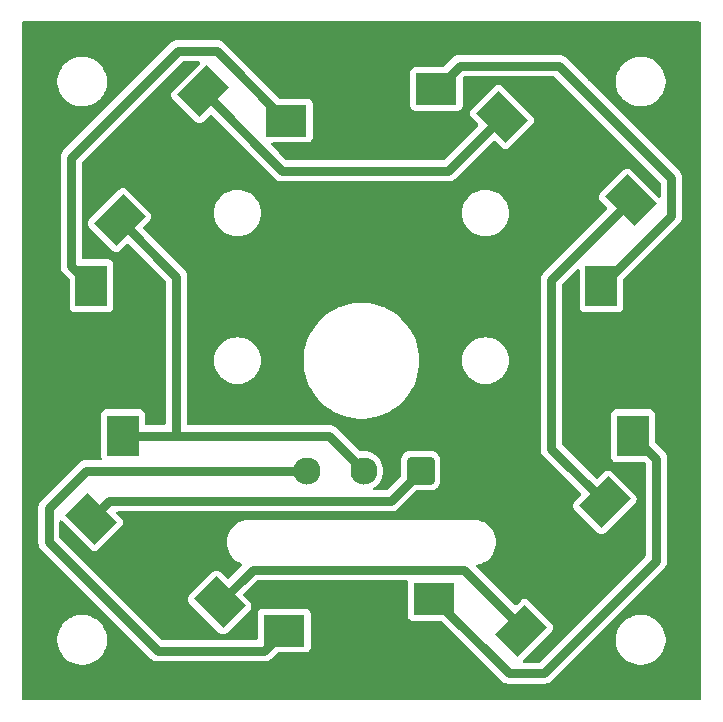
<source format=gbr>
%TF.GenerationSoftware,KiCad,Pcbnew,8.0.2*%
%TF.CreationDate,2024-08-19T21:28:26+02:00*%
%TF.ProjectId,ringlight,72696e67-6c69-4676-9874-2e6b69636164,rev?*%
%TF.SameCoordinates,Original*%
%TF.FileFunction,Copper,L1,Top*%
%TF.FilePolarity,Positive*%
%FSLAX46Y46*%
G04 Gerber Fmt 4.6, Leading zero omitted, Abs format (unit mm)*
G04 Created by KiCad (PCBNEW 8.0.2) date 2024-08-19 21:28:26*
%MOMM*%
%LPD*%
G01*
G04 APERTURE LIST*
G04 Aperture macros list*
%AMRoundRect*
0 Rectangle with rounded corners*
0 $1 Rounding radius*
0 $2 $3 $4 $5 $6 $7 $8 $9 X,Y pos of 4 corners*
0 Add a 4 corners polygon primitive as box body*
4,1,4,$2,$3,$4,$5,$6,$7,$8,$9,$2,$3,0*
0 Add four circle primitives for the rounded corners*
1,1,$1+$1,$2,$3*
1,1,$1+$1,$4,$5*
1,1,$1+$1,$6,$7*
1,1,$1+$1,$8,$9*
0 Add four rect primitives between the rounded corners*
20,1,$1+$1,$2,$3,$4,$5,0*
20,1,$1+$1,$4,$5,$6,$7,0*
20,1,$1+$1,$6,$7,$8,$9,0*
20,1,$1+$1,$8,$9,$2,$3,0*%
%AMRotRect*
0 Rectangle, with rotation*
0 The origin of the aperture is its center*
0 $1 length*
0 $2 width*
0 $3 Rotation angle, in degrees counterclockwise*
0 Add horizontal line*
21,1,$1,$2,0,0,$3*%
G04 Aperture macros list end*
%TA.AperFunction,SMDPad,CuDef*%
%ADD10R,3.500000X2.700000*%
%TD*%
%TA.AperFunction,SMDPad,CuDef*%
%ADD11C,5.700000*%
%TD*%
%TA.AperFunction,SMDPad,CuDef*%
%ADD12RotRect,3.500000X2.700000X45.000000*%
%TD*%
%TA.AperFunction,SMDPad,CuDef*%
%ADD13RotRect,3.500000X2.700000X315.000000*%
%TD*%
%TA.AperFunction,SMDPad,CuDef*%
%ADD14R,2.700000X3.500000*%
%TD*%
%TA.AperFunction,SMDPad,CuDef*%
%ADD15RotRect,3.500000X2.700000X135.000000*%
%TD*%
%TA.AperFunction,ComponentPad*%
%ADD16RoundRect,0.250001X0.899999X0.899999X-0.899999X0.899999X-0.899999X-0.899999X0.899999X-0.899999X0*%
%TD*%
%TA.AperFunction,ComponentPad*%
%ADD17C,2.300000*%
%TD*%
%TA.AperFunction,SMDPad,CuDef*%
%ADD18RotRect,3.500000X2.700000X225.000000*%
%TD*%
%TA.AperFunction,Conductor*%
%ADD19C,0.800000*%
%TD*%
G04 APERTURE END LIST*
D10*
%TO.P,D1,1,K*%
%TO.N,Net-(D1-K)*%
X35995000Y52658000D03*
%TO.P,D1,2,A*%
%TO.N,Net-(D1-A)*%
X23295000Y49958000D03*
D11*
%TO.P,D1,3,PAD*%
%TO.N,GND*%
X29645000Y51308000D03*
%TD*%
D10*
%TO.P,D5,1,K*%
%TO.N,Net-(D5-K)*%
X23114000Y6778000D03*
%TO.P,D5,2,A*%
%TO.N,Net-(D3-K)*%
X35814000Y9478000D03*
D11*
%TO.P,D5,3,PAD*%
%TO.N,GND*%
X29464000Y8128000D03*
%TD*%
D12*
%TO.P,D4,1,K*%
%TO.N,Net-(D4-K)*%
X43180000Y6747278D03*
%TO.P,D4,2,A*%
%TO.N,Net-(D2-K)*%
X50251068Y17636722D03*
D11*
%TO.P,D4,3,PAD*%
%TO.N,GND*%
X46715534Y12192000D03*
%TD*%
D13*
%TO.P,D6,1,K*%
%TO.N,Net-(D6-K)*%
X6747278Y16235534D03*
%TO.P,D6,2,A*%
%TO.N,Net-(D4-K)*%
X17636722Y9164466D03*
D11*
%TO.P,D6,3,PAD*%
%TO.N,GND*%
X12192000Y12700000D03*
%TD*%
D14*
%TO.P,D3,1,K*%
%TO.N,Net-(D3-K)*%
X52658000Y23285000D03*
%TO.P,D3,2,A*%
%TO.N,Net-(D1-K)*%
X49958000Y35985000D03*
D11*
%TO.P,D3,3,PAD*%
%TO.N,GND*%
X51308000Y29635000D03*
%TD*%
D15*
%TO.P,D2,1,K*%
%TO.N,Net-(D2-K)*%
X52434722Y43200466D03*
%TO.P,D2,2,A*%
%TO.N,Net-(D2-A)*%
X41545278Y50271534D03*
D11*
%TO.P,D2,3,PAD*%
%TO.N,GND*%
X46990000Y46736000D03*
%TD*%
D16*
%TO.P,J1,1,Pin_1*%
%TO.N,Net-(D6-K)*%
X34645000Y20320000D03*
D17*
%TO.P,J1,2,Pin_2*%
%TO.N,Net-(D7-A)*%
X29845000Y20320000D03*
%TO.P,J1,3,Pin_3*%
%TO.N,Net-(D5-K)*%
X25045000Y20320000D03*
%TD*%
D18*
%TO.P,D8,1,K*%
%TO.N,Net-(D2-A)*%
X16235534Y52434722D03*
%TO.P,D8,2,A*%
%TO.N,Net-(D7-A)*%
X9164466Y41545278D03*
D11*
%TO.P,D8,3,PAD*%
%TO.N,GND*%
X12700000Y46990000D03*
%TD*%
D14*
%TO.P,D7,1,K*%
%TO.N,Net-(D1-A)*%
X6778000Y35985000D03*
%TO.P,D7,2,A*%
%TO.N,Net-(D7-A)*%
X9478000Y23285000D03*
D11*
%TO.P,D7,3,PAD*%
%TO.N,GND*%
X8128000Y29635000D03*
%TD*%
D19*
%TO.N,Net-(D1-A)*%
X17373000Y55880000D02*
X14128750Y55880000D01*
X14128750Y55880000D02*
X5080000Y46831250D01*
X23295000Y49958000D02*
X17373000Y55880000D01*
X5080000Y37683000D02*
X6778000Y35985000D01*
X5080000Y46831250D02*
X5080000Y37683000D01*
%TO.N,Net-(D1-K)*%
X37947000Y54610000D02*
X35995000Y52658000D01*
X55880000Y45085000D02*
X46355000Y54610000D01*
X49958000Y35985000D02*
X55880000Y41907000D01*
X46355000Y54610000D02*
X37947000Y54610000D01*
X55880000Y41907000D02*
X55880000Y45085000D01*
%TO.N,Net-(D2-K)*%
X50251068Y17636722D02*
X45720000Y22167790D01*
X45720000Y36485744D02*
X52434722Y43200466D01*
X45720000Y22167790D02*
X45720000Y36485744D01*
%TO.N,Net-(D2-A)*%
X41545278Y50271534D02*
X36993744Y45720000D01*
X22950256Y45720000D02*
X16235534Y52434722D01*
X36993744Y45720000D02*
X22950256Y45720000D01*
%TO.N,Net-(D4-K)*%
X20422256Y11950000D02*
X38342000Y11950000D01*
X43180000Y7112000D02*
X43180000Y6747278D01*
X17636722Y9164466D02*
X20422256Y11950000D01*
X38342000Y11950000D02*
X43180000Y7112000D01*
%TO.N,Net-(D5-K)*%
X21416000Y5080000D02*
X12382500Y5080000D01*
X23114000Y6778000D02*
X21416000Y5080000D01*
X3175000Y17145000D02*
X6350000Y20320000D01*
X12382500Y5080000D02*
X3175000Y14287500D01*
X3175000Y14287500D02*
X3175000Y17145000D01*
X6350000Y20320000D02*
X25045000Y20320000D01*
%TO.N,Net-(D6-K)*%
X8291744Y17780000D02*
X32105000Y17780000D01*
X32105000Y17780000D02*
X34645000Y20320000D01*
X6747278Y16235534D02*
X8291744Y17780000D01*
%TO.N,Net-(D3-K)*%
X45085000Y3175000D02*
X54610000Y12700000D01*
X54610000Y12700000D02*
X54610000Y21333000D01*
X35814000Y9478000D02*
X42117000Y3175000D01*
X54610000Y21333000D02*
X52658000Y23285000D01*
X42117000Y3175000D02*
X45085000Y3175000D01*
%TO.N,Net-(D7-A)*%
X13970000Y36739744D02*
X13970000Y23285000D01*
X9478000Y23285000D02*
X13970000Y23285000D01*
X9164466Y41545278D02*
X13970000Y36739744D01*
X29845000Y20320000D02*
X26880000Y23285000D01*
X26880000Y23285000D02*
X13970000Y23285000D01*
%TD*%
%TA.AperFunction,Conductor*%
%TO.N,GND*%
G36*
X58332539Y58349815D02*
G01*
X58378294Y58297011D01*
X58389500Y58245500D01*
X58389500Y1024500D01*
X58369815Y957461D01*
X58317011Y911706D01*
X58265500Y900500D01*
X1024500Y900500D01*
X957461Y920185D01*
X911706Y972989D01*
X900500Y1024500D01*
X900500Y6137667D01*
X3899500Y6137667D01*
X3899500Y5862332D01*
X3899501Y5862315D01*
X3935438Y5589344D01*
X3935441Y5589331D01*
X4006704Y5323369D01*
X4112075Y5068982D01*
X4112080Y5068971D01*
X4249754Y4830516D01*
X4417370Y4612073D01*
X4417376Y4612066D01*
X4612066Y4417376D01*
X4612073Y4417370D01*
X4830516Y4249754D01*
X5068971Y4112080D01*
X5068982Y4112075D01*
X5323369Y4006704D01*
X5533125Y3950500D01*
X5589334Y3935440D01*
X5589337Y3935439D01*
X5589344Y3935438D01*
X5862315Y3899501D01*
X5862320Y3899500D01*
X5862326Y3899500D01*
X5862333Y3899500D01*
X6137667Y3899500D01*
X6137674Y3899500D01*
X6137679Y3899500D01*
X6137684Y3899501D01*
X6410655Y3935438D01*
X6410660Y3935439D01*
X6410666Y3935440D01*
X6543649Y3971072D01*
X6676630Y4006704D01*
X6931017Y4112075D01*
X6931028Y4112080D01*
X7107735Y4214103D01*
X7169479Y4249751D01*
X7211486Y4281984D01*
X7387926Y4417370D01*
X7387933Y4417376D01*
X7582623Y4612066D01*
X7582629Y4612073D01*
X7750245Y4830516D01*
X7750249Y4830521D01*
X7838979Y4984206D01*
X7887919Y5068971D01*
X7887924Y5068982D01*
X7888534Y5070455D01*
X7993295Y5323368D01*
X8064560Y5589334D01*
X8100500Y5862326D01*
X8100500Y6137674D01*
X8064560Y6410666D01*
X7993295Y6676632D01*
X7887923Y6931021D01*
X7750249Y7169479D01*
X7582628Y7387928D01*
X7387928Y7582628D01*
X7169479Y7750249D01*
X6931021Y7887923D01*
X6676632Y7993295D01*
X6410666Y8064560D01*
X6137674Y8100500D01*
X5862326Y8100500D01*
X5589334Y8064560D01*
X5323368Y7993295D01*
X5068979Y7887923D01*
X5068976Y7887921D01*
X5068971Y7887919D01*
X4983778Y7838732D01*
X4830521Y7750249D01*
X4830516Y7750245D01*
X4612073Y7582629D01*
X4612066Y7582623D01*
X4417376Y7387933D01*
X4417370Y7387926D01*
X4252130Y7172580D01*
X4249751Y7169479D01*
X4194861Y7074407D01*
X4112080Y6931028D01*
X4112075Y6931017D01*
X4006704Y6676630D01*
X3988018Y6606892D01*
X3935440Y6410666D01*
X3935439Y6410660D01*
X3935438Y6410655D01*
X3899501Y6137684D01*
X3899500Y6137667D01*
X900500Y6137667D01*
X900500Y17233695D01*
X2274500Y17233695D01*
X2274500Y14198803D01*
X2309103Y14024841D01*
X2309106Y14024829D01*
X2323281Y13990610D01*
X2376985Y13860956D01*
X2376990Y13860947D01*
X2436063Y13772540D01*
X2436064Y13772539D01*
X2475537Y13713461D01*
X2475538Y13713460D01*
X11683036Y4505965D01*
X11745751Y4443249D01*
X11808466Y4380534D01*
X11955946Y4281990D01*
X11955959Y4281983D01*
X12119832Y4214106D01*
X12119840Y4214104D01*
X12293806Y4179500D01*
X12293808Y4179500D01*
X21504696Y4179500D01*
X21678658Y4214103D01*
X21678666Y4214105D01*
X21760606Y4248046D01*
X21760607Y4248046D01*
X21842542Y4281984D01*
X21842544Y4281985D01*
X21930960Y4341063D01*
X21930961Y4341064D01*
X21990030Y4380531D01*
X21990035Y4380535D01*
X22500681Y4891181D01*
X22562004Y4924666D01*
X22588362Y4927500D01*
X24911870Y4927500D01*
X24911876Y4927501D01*
X24971483Y4933908D01*
X25106328Y4984202D01*
X25106335Y4984206D01*
X25221544Y5070452D01*
X25221547Y5070455D01*
X25307793Y5185664D01*
X25307797Y5185671D01*
X25358091Y5320517D01*
X25364500Y5380127D01*
X25364499Y8175872D01*
X25358091Y8235483D01*
X25307796Y8370331D01*
X25221546Y8485546D01*
X25106331Y8571796D01*
X24971483Y8622091D01*
X24911873Y8628500D01*
X21316128Y8628499D01*
X21267757Y8623299D01*
X21256516Y8622091D01*
X21121671Y8571797D01*
X21121664Y8571793D01*
X21006455Y8485547D01*
X21006452Y8485544D01*
X20920206Y8370335D01*
X20920202Y8370328D01*
X20869908Y8235482D01*
X20863501Y8175883D01*
X20863501Y8175876D01*
X20863500Y8175864D01*
X20863501Y6104500D01*
X20843816Y6037461D01*
X20791013Y5991706D01*
X20739501Y5980500D01*
X12806861Y5980500D01*
X12739822Y6000185D01*
X12719180Y6016819D01*
X9288691Y9447308D01*
X14939045Y9447308D01*
X14959525Y9304851D01*
X15019312Y9173938D01*
X15056941Y9127243D01*
X17599501Y6584685D01*
X17599508Y6584679D01*
X17646193Y6547057D01*
X17646195Y6547056D01*
X17777108Y6487269D01*
X17777107Y6487269D01*
X17919565Y6466789D01*
X18062020Y6487269D01*
X18062024Y6487270D01*
X18192935Y6547056D01*
X18192940Y6547059D01*
X18239615Y6584673D01*
X18239622Y6584679D01*
X20216506Y8561564D01*
X20216515Y8561574D01*
X20254130Y8608249D01*
X20313917Y8739163D01*
X20313918Y8739167D01*
X20334399Y8881623D01*
X20313918Y9024080D01*
X20266804Y9127243D01*
X20254130Y9154996D01*
X20216511Y9201679D01*
X19669652Y9748535D01*
X19636168Y9809858D01*
X19641152Y9879549D01*
X19669653Y9923897D01*
X20758937Y11013181D01*
X20820260Y11046666D01*
X20846618Y11049500D01*
X33444121Y11049500D01*
X33511160Y11029815D01*
X33556915Y10977011D01*
X33567410Y10912247D01*
X33563500Y10875873D01*
X33563500Y10875867D01*
X33563500Y8080129D01*
X33563501Y8080123D01*
X33569908Y8020516D01*
X33620202Y7885671D01*
X33620206Y7885664D01*
X33706452Y7770455D01*
X33706455Y7770452D01*
X33821664Y7684206D01*
X33821671Y7684202D01*
X33956517Y7633908D01*
X33956516Y7633908D01*
X34016116Y7627501D01*
X34016119Y7627500D01*
X34016127Y7627500D01*
X36339637Y7627500D01*
X36406676Y7607815D01*
X36427318Y7591181D01*
X41542960Y2475538D01*
X41542961Y2475537D01*
X41602039Y2436064D01*
X41602040Y2436063D01*
X41690455Y2376985D01*
X41772393Y2343046D01*
X41772392Y2343045D01*
X41854329Y2309106D01*
X41854341Y2309103D01*
X42028303Y2274500D01*
X42028308Y2274500D01*
X45173696Y2274500D01*
X45347658Y2309103D01*
X45347666Y2309105D01*
X45429606Y2343046D01*
X45429607Y2343046D01*
X45511542Y2376984D01*
X45511544Y2376985D01*
X45599960Y2436063D01*
X45599961Y2436064D01*
X45659030Y2475531D01*
X45659035Y2475535D01*
X49321167Y6137667D01*
X51189500Y6137667D01*
X51189500Y5862332D01*
X51189501Y5862315D01*
X51225438Y5589344D01*
X51225441Y5589331D01*
X51296704Y5323369D01*
X51402075Y5068982D01*
X51402080Y5068971D01*
X51539754Y4830516D01*
X51707370Y4612073D01*
X51707376Y4612066D01*
X51902066Y4417376D01*
X51902073Y4417370D01*
X52120516Y4249754D01*
X52358971Y4112080D01*
X52358982Y4112075D01*
X52613369Y4006704D01*
X52823125Y3950500D01*
X52879334Y3935440D01*
X52879337Y3935439D01*
X52879344Y3935438D01*
X53152315Y3899501D01*
X53152320Y3899500D01*
X53152326Y3899500D01*
X53152333Y3899500D01*
X53427667Y3899500D01*
X53427674Y3899500D01*
X53427679Y3899500D01*
X53427684Y3899501D01*
X53700655Y3935438D01*
X53700660Y3935439D01*
X53700666Y3935440D01*
X53833649Y3971072D01*
X53966630Y4006704D01*
X54221017Y4112075D01*
X54221028Y4112080D01*
X54397735Y4214103D01*
X54459479Y4249751D01*
X54501486Y4281984D01*
X54677926Y4417370D01*
X54677933Y4417376D01*
X54872623Y4612066D01*
X54872629Y4612073D01*
X55040245Y4830516D01*
X55040249Y4830521D01*
X55128979Y4984206D01*
X55177919Y5068971D01*
X55177924Y5068982D01*
X55178534Y5070455D01*
X55283295Y5323368D01*
X55354560Y5589334D01*
X55390500Y5862326D01*
X55390500Y6137674D01*
X55354560Y6410666D01*
X55283295Y6676632D01*
X55177923Y6931021D01*
X55040249Y7169479D01*
X54872628Y7387928D01*
X54677928Y7582628D01*
X54459479Y7750249D01*
X54221021Y7887923D01*
X53966632Y7993295D01*
X53700666Y8064560D01*
X53427674Y8100500D01*
X53152326Y8100500D01*
X52879334Y8064560D01*
X52613368Y7993295D01*
X52358979Y7887923D01*
X52358976Y7887921D01*
X52358971Y7887919D01*
X52273778Y7838732D01*
X52120521Y7750249D01*
X52120516Y7750245D01*
X51902073Y7582629D01*
X51902066Y7582623D01*
X51707376Y7387933D01*
X51707370Y7387926D01*
X51542130Y7172580D01*
X51539751Y7169479D01*
X51484861Y7074407D01*
X51402080Y6931028D01*
X51402075Y6931017D01*
X51296704Y6676630D01*
X51278018Y6606892D01*
X51225440Y6410666D01*
X51225439Y6410660D01*
X51225438Y6410655D01*
X51189501Y6137684D01*
X51189500Y6137667D01*
X49321167Y6137667D01*
X55309461Y12125960D01*
X55309465Y12125965D01*
X55336107Y12165839D01*
X55367395Y12212664D01*
X55367397Y12212666D01*
X55367397Y12212667D01*
X55408009Y12273445D01*
X55408011Y12273450D01*
X55408013Y12273453D01*
X55441953Y12355393D01*
X55475895Y12437334D01*
X55510500Y12611308D01*
X55510500Y12788692D01*
X55510500Y21421691D01*
X55509341Y21427516D01*
X55497484Y21487127D01*
X55497484Y21487128D01*
X55475895Y21595666D01*
X55408013Y21759547D01*
X55309464Y21907036D01*
X54544817Y22671681D01*
X54511333Y22733004D01*
X54508499Y22759362D01*
X54508499Y25082870D01*
X54508499Y25082873D01*
X54502091Y25142483D01*
X54451796Y25277331D01*
X54365546Y25392546D01*
X54250331Y25478796D01*
X54115483Y25529091D01*
X54055873Y25535500D01*
X51260128Y25535499D01*
X51211757Y25530299D01*
X51200516Y25529091D01*
X51065671Y25478797D01*
X51065664Y25478793D01*
X50950455Y25392547D01*
X50950452Y25392544D01*
X50864206Y25277335D01*
X50864202Y25277328D01*
X50813908Y25142482D01*
X50811956Y25124320D01*
X50807501Y25082876D01*
X50807500Y25082864D01*
X50807501Y21487129D01*
X50813908Y21427516D01*
X50864202Y21292671D01*
X50864206Y21292664D01*
X50950452Y21177455D01*
X50950455Y21177452D01*
X51065664Y21091206D01*
X51065671Y21091202D01*
X51200517Y21040908D01*
X51200516Y21040908D01*
X51260116Y21034501D01*
X51260119Y21034500D01*
X51260127Y21034500D01*
X53583636Y21034500D01*
X53650675Y21014815D01*
X53671317Y20998181D01*
X53673181Y20996317D01*
X53706666Y20934994D01*
X53709500Y20908636D01*
X53709500Y13124362D01*
X53689815Y13057323D01*
X53673181Y13036681D01*
X44748319Y4111819D01*
X44686996Y4078334D01*
X44660638Y4075500D01*
X43424587Y4075500D01*
X43357548Y4095185D01*
X43311793Y4147989D01*
X43301849Y4217147D01*
X43330874Y4280703D01*
X43336906Y4287181D01*
X45759780Y6710057D01*
X45759788Y6710065D01*
X45797408Y6756748D01*
X45857196Y6887663D01*
X45877677Y7030121D01*
X45857196Y7172578D01*
X45797408Y7303494D01*
X45759789Y7350176D01*
X43782898Y9327066D01*
X43736216Y9364686D01*
X43605300Y9424474D01*
X43462843Y9444955D01*
X43320385Y9424474D01*
X43189470Y9364686D01*
X43142787Y9327067D01*
X43142782Y9327062D01*
X43142777Y9327058D01*
X42778290Y8962570D01*
X42716967Y8929085D01*
X42647276Y8934069D01*
X42602930Y8962568D01*
X39399658Y12165841D01*
X39366175Y12227162D01*
X39371159Y12296854D01*
X39413031Y12352787D01*
X39470455Y12376365D01*
X39532572Y12384903D01*
X39532577Y12384904D01*
X39782930Y12455050D01*
X40021389Y12558626D01*
X40243541Y12693720D01*
X40445219Y12857798D01*
X40445223Y12857801D01*
X40612286Y13036681D01*
X40622679Y13047809D01*
X40622679Y13047810D01*
X40622684Y13047815D01*
X40772619Y13260223D01*
X40892233Y13491069D01*
X40979301Y13736053D01*
X41032198Y13990611D01*
X41049941Y14250000D01*
X41032198Y14509389D01*
X40979301Y14763947D01*
X40892233Y15008931D01*
X40772619Y15239777D01*
X40622684Y15452185D01*
X40445223Y15642199D01*
X40243542Y15806279D01*
X40021397Y15941369D01*
X40021392Y15941371D01*
X40021389Y15941373D01*
X39862416Y16010423D01*
X39782926Y16044951D01*
X39532572Y16115097D01*
X39302768Y16146683D01*
X39274999Y16150500D01*
X39274998Y16150500D01*
X39233691Y16150500D01*
X20233691Y16150500D01*
X20145000Y16150500D01*
X20015002Y16150500D01*
X20015001Y16150500D01*
X19983876Y16146221D01*
X19757428Y16115097D01*
X19507074Y16044951D01*
X19507070Y16044949D01*
X19507069Y16044949D01*
X19268610Y15941373D01*
X19268604Y15941369D01*
X19268603Y15941369D01*
X19046458Y15806279D01*
X18844777Y15642199D01*
X18733276Y15522811D01*
X18667320Y15452190D01*
X18667320Y15452189D01*
X18667316Y15452185D01*
X18517381Y15239777D01*
X18403147Y15019313D01*
X18397765Y15008927D01*
X18310700Y14763952D01*
X18310699Y14763950D01*
X18257801Y14509383D01*
X18240059Y14250000D01*
X18257801Y13990616D01*
X18310699Y13736049D01*
X18310700Y13736047D01*
X18397765Y13491072D01*
X18517381Y13260222D01*
X18607344Y13132774D01*
X18660604Y13057323D01*
X18667320Y13047810D01*
X18667320Y13047809D01*
X18844780Y12857798D01*
X19046458Y12693720D01*
X19268607Y12558628D01*
X19442262Y12483200D01*
X19495909Y12438437D01*
X19516838Y12371776D01*
X19498406Y12304381D01*
X19480541Y12281785D01*
X18396153Y11197397D01*
X18334830Y11163912D01*
X18265138Y11168896D01*
X18220791Y11197397D01*
X17673935Y11744254D01*
X17627252Y11781874D01*
X17496337Y11841662D01*
X17353879Y11862143D01*
X17211422Y11841662D01*
X17211420Y11841661D01*
X17211419Y11841661D01*
X17080508Y11781875D01*
X17080503Y11781872D01*
X17050097Y11757368D01*
X17033824Y11744255D01*
X17033823Y11744254D01*
X17033821Y11744252D01*
X15056937Y9767367D01*
X15056928Y9767357D01*
X15019313Y9720682D01*
X14959526Y9589768D01*
X14959525Y9589764D01*
X14939045Y9447308D01*
X9288691Y9447308D01*
X4111819Y14624180D01*
X4078334Y14685503D01*
X4075500Y14711861D01*
X4075500Y15990947D01*
X4095185Y16057986D01*
X4147989Y16103741D01*
X4217147Y16113685D01*
X4280703Y16084660D01*
X4287181Y16078628D01*
X6710057Y13655753D01*
X6710064Y13655747D01*
X6756749Y13618125D01*
X6756751Y13618124D01*
X6887664Y13558337D01*
X6887663Y13558337D01*
X7030121Y13537857D01*
X7172576Y13558337D01*
X7172580Y13558338D01*
X7303491Y13618124D01*
X7303496Y13618127D01*
X7350171Y13655741D01*
X7350178Y13655747D01*
X9327062Y15632632D01*
X9327071Y15632642D01*
X9364686Y15679317D01*
X9424473Y15810231D01*
X9424474Y15810235D01*
X9444955Y15952691D01*
X9424474Y16095148D01*
X9416008Y16113685D01*
X9364686Y16226064D01*
X9327067Y16272747D01*
X8931995Y16667819D01*
X8898510Y16729142D01*
X8903494Y16798833D01*
X8945365Y16854767D01*
X9010830Y16879184D01*
X9019676Y16879500D01*
X32193696Y16879500D01*
X32367658Y16914103D01*
X32367666Y16914105D01*
X32449606Y16948046D01*
X32449607Y16948046D01*
X32531542Y16981984D01*
X32531544Y16981985D01*
X32619955Y17041059D01*
X32619960Y17041064D01*
X32678987Y17080503D01*
X32679036Y17080536D01*
X32679040Y17080539D01*
X32679041Y17080540D01*
X34231680Y18633181D01*
X34293003Y18666666D01*
X34319361Y18669500D01*
X35595015Y18669500D01*
X35697795Y18680000D01*
X35697797Y18680001D01*
X35834573Y18725324D01*
X35864335Y18735186D01*
X35864337Y18735187D01*
X36013651Y18827286D01*
X36013655Y18827289D01*
X36137710Y18951344D01*
X36137713Y18951348D01*
X36229812Y19100662D01*
X36229813Y19100664D01*
X36229814Y19100666D01*
X36284999Y19267203D01*
X36295500Y19369992D01*
X36295500Y21270008D01*
X36284999Y21372797D01*
X36229814Y21539334D01*
X36137711Y21688655D01*
X36013655Y21812711D01*
X35864334Y21904814D01*
X35697797Y21959999D01*
X35595008Y21970500D01*
X33694992Y21970500D01*
X33592203Y21959999D01*
X33425666Y21904814D01*
X33425664Y21904813D01*
X33425662Y21904812D01*
X33276348Y21812713D01*
X33276344Y21812710D01*
X33152289Y21688655D01*
X33152286Y21688651D01*
X33060187Y21539337D01*
X33060186Y21539335D01*
X33042886Y21487127D01*
X33009984Y21387833D01*
X33005001Y21372796D01*
X33005000Y21372795D01*
X32994500Y21270015D01*
X32994500Y19994361D01*
X32974815Y19927322D01*
X32958181Y19906680D01*
X31768319Y18716819D01*
X31706996Y18683334D01*
X31680638Y18680500D01*
X30768111Y18680500D01*
X30701072Y18700185D01*
X30655317Y18752989D01*
X30645373Y18822147D01*
X30674398Y18885703D01*
X30703322Y18910228D01*
X30818137Y18980586D01*
X30818140Y18980588D01*
X31015689Y19149311D01*
X31184412Y19346860D01*
X31320154Y19568372D01*
X31325788Y19581972D01*
X31362106Y19669653D01*
X31419573Y19808390D01*
X31480221Y20061006D01*
X31500604Y20320000D01*
X31480221Y20578994D01*
X31419573Y20831610D01*
X31320154Y21071628D01*
X31184412Y21293140D01*
X31015689Y21490689D01*
X30818140Y21659412D01*
X30596628Y21795154D01*
X30356610Y21894573D01*
X30103994Y21955221D01*
X29845000Y21975604D01*
X29586006Y21955221D01*
X29570690Y21951544D01*
X29500912Y21955032D01*
X29454064Y21984434D01*
X27454036Y23984464D01*
X27394959Y24023936D01*
X27394955Y24023939D01*
X27306552Y24083010D01*
X27306549Y24083011D01*
X27306547Y24083013D01*
X27224606Y24116953D01*
X27142666Y24150895D01*
X26968694Y24185499D01*
X26968693Y24185500D01*
X26968692Y24185500D01*
X26968691Y24185500D01*
X14994500Y24185500D01*
X14927461Y24205185D01*
X14881706Y24257989D01*
X14870500Y24309500D01*
X14870500Y29635001D01*
X17164454Y29635001D01*
X17164454Y29634998D01*
X17184613Y29353133D01*
X17244678Y29077022D01*
X17343432Y28812249D01*
X17343434Y28812245D01*
X17478855Y28564241D01*
X17478860Y28564233D01*
X17648196Y28338025D01*
X17648212Y28338007D01*
X17848007Y28138212D01*
X17848025Y28138196D01*
X18074233Y27968860D01*
X18074241Y27968855D01*
X18322245Y27833434D01*
X18322249Y27833432D01*
X18523003Y27758555D01*
X18587016Y27734680D01*
X18587017Y27734679D01*
X18587022Y27734678D01*
X18863133Y27674613D01*
X19144999Y27654454D01*
X19145000Y27654454D01*
X19145001Y27654454D01*
X19426866Y27674613D01*
X19702977Y27734678D01*
X19702980Y27734679D01*
X19702984Y27734680D01*
X19867372Y27795993D01*
X19967750Y27833432D01*
X19967754Y27833434D01*
X20215758Y27968855D01*
X20215766Y27968860D01*
X20441974Y28138196D01*
X20441992Y28138212D01*
X20641787Y28338007D01*
X20641803Y28338025D01*
X20811139Y28564233D01*
X20811144Y28564241D01*
X20946565Y28812245D01*
X20946567Y28812249D01*
X20946568Y28812251D01*
X21045320Y29077016D01*
X21075353Y29215077D01*
X21105386Y29353133D01*
X21105386Y29353135D01*
X21105387Y29353139D01*
X21125546Y29635000D01*
X21125546Y29635003D01*
X24739561Y29635003D01*
X24739561Y29634996D01*
X24759308Y29195289D01*
X24759309Y29195280D01*
X24818393Y28759100D01*
X24916338Y28329974D01*
X25052354Y27911360D01*
X25225353Y27506607D01*
X25433933Y27119002D01*
X25676411Y26751660D01*
X25676412Y26751659D01*
X25950848Y26407528D01*
X26255041Y26089367D01*
X26255044Y26089364D01*
X26586492Y25799786D01*
X26586520Y25799764D01*
X26942598Y25541058D01*
X26942607Y25541052D01*
X26942608Y25541052D01*
X26951900Y25535500D01*
X27320478Y25315285D01*
X27320483Y25315282D01*
X27717022Y25124320D01*
X27717038Y25124313D01*
X28129130Y24969652D01*
X28129152Y24969644D01*
X28553426Y24852553D01*
X28553427Y24852552D01*
X28986520Y24773957D01*
X28986522Y24773956D01*
X28986527Y24773956D01*
X29424918Y24734500D01*
X29424921Y24734500D01*
X29865078Y24734500D01*
X29865082Y24734500D01*
X30303473Y24773956D01*
X30303479Y24773957D01*
X30736572Y24852552D01*
X30736573Y24852553D01*
X31160847Y24969644D01*
X31160861Y24969649D01*
X31160864Y24969650D01*
X31262873Y25007934D01*
X31572961Y25124313D01*
X31572977Y25124320D01*
X31969516Y25315282D01*
X31969521Y25315285D01*
X31969527Y25315288D01*
X31969534Y25315292D01*
X32347392Y25541052D01*
X32347396Y25541055D01*
X32347401Y25541058D01*
X32703479Y25799764D01*
X32703483Y25799767D01*
X32703491Y25799773D01*
X32703495Y25799777D01*
X32703507Y25799786D01*
X33034955Y26089364D01*
X33034958Y26089367D01*
X33034966Y26089374D01*
X33339146Y26407522D01*
X33441206Y26535500D01*
X33613587Y26751659D01*
X33613588Y26751660D01*
X33784497Y27010578D01*
X33856068Y27119004D01*
X34064648Y27506610D01*
X34237643Y27911352D01*
X34373661Y28329972D01*
X34471607Y28759100D01*
X34530691Y29195280D01*
X34550439Y29635000D01*
X34550439Y29635001D01*
X38164454Y29635001D01*
X38164454Y29634998D01*
X38184613Y29353133D01*
X38244678Y29077022D01*
X38343432Y28812249D01*
X38343434Y28812245D01*
X38478855Y28564241D01*
X38478860Y28564233D01*
X38648196Y28338025D01*
X38648212Y28338007D01*
X38848007Y28138212D01*
X38848025Y28138196D01*
X39074233Y27968860D01*
X39074241Y27968855D01*
X39322245Y27833434D01*
X39322249Y27833432D01*
X39523003Y27758555D01*
X39587016Y27734680D01*
X39587017Y27734679D01*
X39587022Y27734678D01*
X39863133Y27674613D01*
X40144999Y27654454D01*
X40145000Y27654454D01*
X40145001Y27654454D01*
X40426866Y27674613D01*
X40702977Y27734678D01*
X40702980Y27734679D01*
X40702984Y27734680D01*
X40867372Y27795993D01*
X40967750Y27833432D01*
X40967754Y27833434D01*
X41215758Y27968855D01*
X41215766Y27968860D01*
X41441974Y28138196D01*
X41441992Y28138212D01*
X41641787Y28338007D01*
X41641803Y28338025D01*
X41811139Y28564233D01*
X41811144Y28564241D01*
X41946565Y28812245D01*
X41946567Y28812249D01*
X41946568Y28812251D01*
X42045320Y29077016D01*
X42075353Y29215077D01*
X42105386Y29353133D01*
X42105386Y29353135D01*
X42105387Y29353139D01*
X42125546Y29635000D01*
X42105387Y29916861D01*
X42045320Y30192984D01*
X41946568Y30457749D01*
X41811141Y30705764D01*
X41641797Y30931982D01*
X41441982Y31131797D01*
X41215764Y31301141D01*
X40967749Y31436568D01*
X40702984Y31535320D01*
X40426861Y31595387D01*
X40173238Y31613526D01*
X40145001Y31615546D01*
X40144999Y31615546D01*
X40113617Y31613301D01*
X39863139Y31595387D01*
X39863135Y31595386D01*
X39863133Y31595386D01*
X39734977Y31567507D01*
X39587016Y31535320D01*
X39322251Y31436568D01*
X39322249Y31436567D01*
X39322245Y31436565D01*
X39074241Y31301144D01*
X39074233Y31301139D01*
X38848025Y31131803D01*
X38848007Y31131787D01*
X38648212Y30931992D01*
X38648196Y30931974D01*
X38478860Y30705766D01*
X38478855Y30705758D01*
X38343434Y30457754D01*
X38343432Y30457750D01*
X38343432Y30457749D01*
X38244680Y30192984D01*
X38244679Y30192980D01*
X38244678Y30192977D01*
X38184613Y29916866D01*
X38164454Y29635001D01*
X34550439Y29635001D01*
X34530691Y30074720D01*
X34471607Y30510900D01*
X34373661Y30940028D01*
X34237643Y31358648D01*
X34064648Y31763390D01*
X33856068Y32150996D01*
X33613584Y32518345D01*
X33339146Y32862478D01*
X33034966Y33180626D01*
X32703491Y33470227D01*
X32347392Y33728948D01*
X31969534Y33954708D01*
X31969518Y33954715D01*
X31969516Y33954717D01*
X31572977Y34145679D01*
X31572972Y34145680D01*
X31572960Y34145687D01*
X31160864Y34300350D01*
X31160850Y34300353D01*
X31160847Y34300355D01*
X30922359Y34366172D01*
X30736572Y34417446D01*
X30736572Y34417447D01*
X30736566Y34417447D01*
X30736563Y34417449D01*
X30303473Y34496044D01*
X29865082Y34535500D01*
X29424918Y34535500D01*
X28986527Y34496044D01*
X28553437Y34417449D01*
X28553435Y34417448D01*
X28553427Y34417447D01*
X28553426Y34417446D01*
X28129152Y34300355D01*
X28129145Y34300352D01*
X28129136Y34300350D01*
X27717040Y34145687D01*
X27717038Y34145686D01*
X27717022Y34145679D01*
X27320483Y33954717D01*
X27320478Y33954714D01*
X27320466Y33954708D01*
X26942608Y33728948D01*
X26586509Y33470227D01*
X26586501Y33470220D01*
X26586492Y33470213D01*
X26255044Y33180635D01*
X26255034Y33180626D01*
X25950854Y32862478D01*
X25950850Y32862473D01*
X25950848Y32862471D01*
X25676412Y32518340D01*
X25676411Y32518339D01*
X25505503Y32259422D01*
X25433932Y32150996D01*
X25225352Y31763390D01*
X25052357Y31358648D01*
X25052354Y31358639D01*
X24916338Y30940025D01*
X24862870Y30705766D01*
X24818393Y30510900D01*
X24811194Y30457750D01*
X24759309Y30074719D01*
X24759308Y30074710D01*
X24739561Y29635003D01*
X21125546Y29635003D01*
X21105387Y29916861D01*
X21045320Y30192984D01*
X20946568Y30457749D01*
X20811141Y30705764D01*
X20641797Y30931982D01*
X20441982Y31131797D01*
X20215764Y31301141D01*
X19967749Y31436568D01*
X19702984Y31535320D01*
X19426861Y31595387D01*
X19173238Y31613526D01*
X19145001Y31615546D01*
X19144999Y31615546D01*
X19113617Y31613301D01*
X18863139Y31595387D01*
X18863135Y31595386D01*
X18863133Y31595386D01*
X18734977Y31567507D01*
X18587016Y31535320D01*
X18322251Y31436568D01*
X18322249Y31436567D01*
X18322245Y31436565D01*
X18074241Y31301144D01*
X18074233Y31301139D01*
X17848025Y31131803D01*
X17848007Y31131787D01*
X17648212Y30931992D01*
X17648196Y30931974D01*
X17478860Y30705766D01*
X17478855Y30705758D01*
X17343434Y30457754D01*
X17343432Y30457750D01*
X17343432Y30457749D01*
X17244680Y30192984D01*
X17244679Y30192980D01*
X17244678Y30192977D01*
X17184613Y29916866D01*
X17164454Y29635001D01*
X14870500Y29635001D01*
X14870500Y36828437D01*
X14870499Y36828439D01*
X14835896Y37002402D01*
X14835894Y37002405D01*
X14835894Y37002410D01*
X14768013Y37166291D01*
X14669464Y37313779D01*
X14544035Y37439208D01*
X11197397Y40785846D01*
X11163912Y40847169D01*
X11168896Y40916861D01*
X11197397Y40961208D01*
X11744246Y41508057D01*
X11744254Y41508065D01*
X11781874Y41554748D01*
X11841662Y41685663D01*
X11862143Y41828121D01*
X11841662Y41970578D01*
X11781874Y42101494D01*
X11754872Y42135001D01*
X17164454Y42135001D01*
X17164454Y42134998D01*
X17184613Y41853133D01*
X17244678Y41577022D01*
X17244679Y41577017D01*
X17244680Y41577016D01*
X17260051Y41535804D01*
X17343432Y41312249D01*
X17343434Y41312245D01*
X17478855Y41064241D01*
X17478860Y41064233D01*
X17648196Y40838025D01*
X17648212Y40838007D01*
X17848007Y40638212D01*
X17848025Y40638196D01*
X18074233Y40468860D01*
X18074241Y40468855D01*
X18322245Y40333434D01*
X18322249Y40333432D01*
X18523003Y40258555D01*
X18587016Y40234680D01*
X18587017Y40234679D01*
X18587022Y40234678D01*
X18863133Y40174613D01*
X19144999Y40154454D01*
X19145000Y40154454D01*
X19145001Y40154454D01*
X19426866Y40174613D01*
X19702977Y40234678D01*
X19702980Y40234679D01*
X19702984Y40234680D01*
X19867372Y40295993D01*
X19967750Y40333432D01*
X19967754Y40333434D01*
X20215758Y40468855D01*
X20215766Y40468860D01*
X20441974Y40638196D01*
X20441992Y40638212D01*
X20641787Y40838007D01*
X20641803Y40838025D01*
X20811139Y41064233D01*
X20811144Y41064241D01*
X20946565Y41312245D01*
X20946567Y41312249D01*
X20946568Y41312251D01*
X21045320Y41577016D01*
X21097810Y41818309D01*
X21105386Y41853133D01*
X21105386Y41853135D01*
X21105387Y41853139D01*
X21125546Y42135000D01*
X21125546Y42135001D01*
X38164454Y42135001D01*
X38164454Y42134998D01*
X38184613Y41853133D01*
X38244678Y41577022D01*
X38244679Y41577017D01*
X38244680Y41577016D01*
X38260051Y41535804D01*
X38343432Y41312249D01*
X38343434Y41312245D01*
X38478855Y41064241D01*
X38478860Y41064233D01*
X38648196Y40838025D01*
X38648212Y40838007D01*
X38848007Y40638212D01*
X38848025Y40638196D01*
X39074233Y40468860D01*
X39074241Y40468855D01*
X39322245Y40333434D01*
X39322249Y40333432D01*
X39523003Y40258555D01*
X39587016Y40234680D01*
X39587017Y40234679D01*
X39587022Y40234678D01*
X39863133Y40174613D01*
X40144999Y40154454D01*
X40145000Y40154454D01*
X40145001Y40154454D01*
X40426866Y40174613D01*
X40702977Y40234678D01*
X40702980Y40234679D01*
X40702984Y40234680D01*
X40867372Y40295993D01*
X40967750Y40333432D01*
X40967754Y40333434D01*
X41215758Y40468855D01*
X41215766Y40468860D01*
X41441974Y40638196D01*
X41441992Y40638212D01*
X41641787Y40838007D01*
X41641803Y40838025D01*
X41811139Y41064233D01*
X41811144Y41064241D01*
X41946565Y41312245D01*
X41946567Y41312249D01*
X41946568Y41312251D01*
X42045320Y41577016D01*
X42097810Y41818309D01*
X42105386Y41853133D01*
X42105386Y41853135D01*
X42105387Y41853139D01*
X42125546Y42135000D01*
X42124603Y42148178D01*
X42115788Y42271430D01*
X42105387Y42416861D01*
X42100128Y42441034D01*
X42090481Y42485382D01*
X42045320Y42692984D01*
X41946568Y42957749D01*
X41811141Y43205764D01*
X41641797Y43431982D01*
X41441982Y43631797D01*
X41215764Y43801141D01*
X40967749Y43936568D01*
X40702984Y44035320D01*
X40426861Y44095387D01*
X40173238Y44113526D01*
X40145001Y44115546D01*
X40144999Y44115546D01*
X40113617Y44113301D01*
X39863139Y44095387D01*
X39863135Y44095386D01*
X39863133Y44095386D01*
X39725077Y44065353D01*
X39587016Y44035320D01*
X39322251Y43936568D01*
X39322249Y43936567D01*
X39322245Y43936565D01*
X39074241Y43801144D01*
X39074233Y43801139D01*
X38848025Y43631803D01*
X38848007Y43631787D01*
X38648212Y43431992D01*
X38648196Y43431974D01*
X38478860Y43205766D01*
X38478855Y43205758D01*
X38343434Y42957754D01*
X38343432Y42957750D01*
X38343432Y42957749D01*
X38244680Y42692984D01*
X38244679Y42692980D01*
X38244678Y42692977D01*
X38184613Y42416866D01*
X38164454Y42135001D01*
X21125546Y42135001D01*
X21124603Y42148178D01*
X21115788Y42271430D01*
X21105387Y42416861D01*
X21100128Y42441034D01*
X21090481Y42485382D01*
X21045320Y42692984D01*
X20946568Y42957749D01*
X20811141Y43205764D01*
X20641797Y43431982D01*
X20441982Y43631797D01*
X20215764Y43801141D01*
X19967749Y43936568D01*
X19702984Y44035320D01*
X19426861Y44095387D01*
X19173238Y44113526D01*
X19145001Y44115546D01*
X19144999Y44115546D01*
X19113617Y44113301D01*
X18863139Y44095387D01*
X18863135Y44095386D01*
X18863133Y44095386D01*
X18725077Y44065353D01*
X18587016Y44035320D01*
X18322251Y43936568D01*
X18322249Y43936567D01*
X18322245Y43936565D01*
X18074241Y43801144D01*
X18074233Y43801139D01*
X17848025Y43631803D01*
X17848007Y43631787D01*
X17648212Y43431992D01*
X17648196Y43431974D01*
X17478860Y43205766D01*
X17478855Y43205758D01*
X17343434Y42957754D01*
X17343432Y42957750D01*
X17343432Y42957749D01*
X17244680Y42692984D01*
X17244679Y42692980D01*
X17244678Y42692977D01*
X17184613Y42416866D01*
X17164454Y42135001D01*
X11754872Y42135001D01*
X11744255Y42148176D01*
X9767364Y44125066D01*
X9720682Y44162686D01*
X9589766Y44222474D01*
X9447309Y44242955D01*
X9304851Y44222474D01*
X9173936Y44162686D01*
X9127253Y44125067D01*
X9127248Y44125062D01*
X9127243Y44125058D01*
X7212900Y42210713D01*
X6584678Y41582491D01*
X6547058Y41535808D01*
X6547057Y41535806D01*
X6547056Y41535804D01*
X6487269Y41404892D01*
X6466789Y41262435D01*
X6487269Y41119979D01*
X6487270Y41119975D01*
X6547056Y40989064D01*
X6547059Y40989059D01*
X6584673Y40942384D01*
X6584679Y40942377D01*
X8561564Y38965493D01*
X8561574Y38965484D01*
X8608249Y38927869D01*
X8739163Y38868082D01*
X8739167Y38868081D01*
X8881623Y38847601D01*
X9024080Y38868081D01*
X9154993Y38927868D01*
X9154994Y38927869D01*
X9154996Y38927870D01*
X9201679Y38965489D01*
X9201683Y38965493D01*
X9201688Y38965497D01*
X9748536Y39512345D01*
X9809859Y39545830D01*
X9879551Y39540846D01*
X9923898Y39512345D01*
X13033181Y36403063D01*
X13066666Y36341740D01*
X13069500Y36315382D01*
X13069500Y24309500D01*
X13049815Y24242461D01*
X12997011Y24196706D01*
X12945500Y24185500D01*
X11452499Y24185500D01*
X11385460Y24205185D01*
X11339705Y24257989D01*
X11328499Y24309500D01*
X11328499Y25082870D01*
X11328499Y25082873D01*
X11322091Y25142483D01*
X11271796Y25277331D01*
X11185546Y25392546D01*
X11070331Y25478796D01*
X10935483Y25529091D01*
X10875873Y25535500D01*
X8080128Y25535499D01*
X8031757Y25530299D01*
X8020516Y25529091D01*
X7885671Y25478797D01*
X7885664Y25478793D01*
X7770455Y25392547D01*
X7770452Y25392544D01*
X7684206Y25277335D01*
X7684202Y25277328D01*
X7633908Y25142482D01*
X7631956Y25124320D01*
X7627501Y25082876D01*
X7627500Y25082864D01*
X7627501Y21487129D01*
X7633908Y21427516D01*
X7648710Y21387833D01*
X7653694Y21318141D01*
X7620209Y21256818D01*
X7558886Y21223334D01*
X7532528Y21220500D01*
X6261307Y21220500D01*
X6261303Y21220499D01*
X6087334Y21185895D01*
X6005393Y21151953D01*
X5923453Y21118013D01*
X5923447Y21118009D01*
X5852098Y21070335D01*
X5775961Y21019462D01*
X5775958Y21019459D01*
X2475535Y17719035D01*
X2475533Y17719033D01*
X2457012Y17691312D01*
X2457010Y17691309D01*
X2376985Y17571544D01*
X2345834Y17496337D01*
X2309106Y17407668D01*
X2309103Y17407658D01*
X2298321Y17353453D01*
X2298321Y17353452D01*
X2274500Y17233695D01*
X900500Y17233695D01*
X900500Y46919946D01*
X4179500Y46919946D01*
X4179500Y37594303D01*
X4214103Y37420341D01*
X4214106Y37420329D01*
X4248046Y37338393D01*
X4281985Y37256455D01*
X4329591Y37185209D01*
X4380537Y37108961D01*
X4891181Y36598317D01*
X4924666Y36536994D01*
X4927500Y36510636D01*
X4927500Y34187129D01*
X4927501Y34187123D01*
X4933908Y34127516D01*
X4984202Y33992671D01*
X4984206Y33992664D01*
X5070452Y33877455D01*
X5070455Y33877452D01*
X5185664Y33791206D01*
X5185671Y33791202D01*
X5320517Y33740908D01*
X5320516Y33740908D01*
X5380116Y33734501D01*
X5380119Y33734500D01*
X5380127Y33734500D01*
X5380134Y33734500D01*
X5380135Y33734500D01*
X8175870Y33734500D01*
X8175876Y33734501D01*
X8235483Y33740908D01*
X8370328Y33791202D01*
X8370335Y33791206D01*
X8485544Y33877452D01*
X8485547Y33877455D01*
X8571793Y33992664D01*
X8571797Y33992671D01*
X8622091Y34127517D01*
X8628500Y34187127D01*
X8628499Y37782872D01*
X8622091Y37842483D01*
X8571796Y37977331D01*
X8485546Y38092546D01*
X8370331Y38178796D01*
X8235483Y38229091D01*
X8175873Y38235500D01*
X6104499Y38235499D01*
X6037461Y38255184D01*
X5991706Y38307987D01*
X5980500Y38359499D01*
X5980500Y46406888D01*
X6000185Y46473927D01*
X6016819Y46494569D01*
X14465431Y54943181D01*
X14526754Y54976666D01*
X14553112Y54979500D01*
X15863948Y54979500D01*
X15930987Y54959815D01*
X15976742Y54907011D01*
X15986686Y54837853D01*
X15957661Y54774297D01*
X15951629Y54767819D01*
X14767448Y53583637D01*
X13655746Y52471935D01*
X13618126Y52425252D01*
X13618125Y52425250D01*
X13618124Y52425248D01*
X13558337Y52294336D01*
X13537857Y52151879D01*
X13558337Y52009423D01*
X13558338Y52009419D01*
X13618124Y51878508D01*
X13618127Y51878503D01*
X13655741Y51831828D01*
X13655747Y51831821D01*
X15632632Y49854937D01*
X15632642Y49854928D01*
X15679317Y49817313D01*
X15810231Y49757526D01*
X15810235Y49757525D01*
X15952691Y49737045D01*
X16095148Y49757525D01*
X16226061Y49817312D01*
X16226062Y49817313D01*
X16226064Y49817314D01*
X16272747Y49854933D01*
X16272751Y49854937D01*
X16272756Y49854941D01*
X16819603Y50401789D01*
X16880926Y50435274D01*
X16950617Y50430290D01*
X16994965Y50401789D01*
X22376217Y45020537D01*
X22435295Y44981064D01*
X22435296Y44981063D01*
X22523711Y44921985D01*
X22605649Y44888046D01*
X22605648Y44888045D01*
X22687585Y44854106D01*
X22687597Y44854103D01*
X22861559Y44819500D01*
X22861564Y44819500D01*
X37082440Y44819500D01*
X37256402Y44854103D01*
X37256410Y44854105D01*
X37338350Y44888046D01*
X37338351Y44888046D01*
X37420286Y44921984D01*
X37420288Y44921985D01*
X37508704Y44981063D01*
X37508705Y44981064D01*
X37567774Y45020531D01*
X37567779Y45020535D01*
X40785846Y48238602D01*
X40847169Y48272087D01*
X40916861Y48267103D01*
X40961208Y48238602D01*
X41508057Y47691753D01*
X41508064Y47691747D01*
X41554749Y47654125D01*
X41554751Y47654124D01*
X41685664Y47594337D01*
X41685663Y47594337D01*
X41828121Y47573857D01*
X41970576Y47594337D01*
X41970580Y47594338D01*
X42101491Y47654124D01*
X42101496Y47654127D01*
X42148171Y47691741D01*
X42148178Y47691747D01*
X44125062Y49668632D01*
X44125071Y49668642D01*
X44162686Y49715317D01*
X44222473Y49846231D01*
X44222474Y49846235D01*
X44242955Y49988691D01*
X44222474Y50131148D01*
X44175360Y50234311D01*
X44162686Y50262064D01*
X44125067Y50308747D01*
X41582491Y52851322D01*
X41535808Y52888942D01*
X41404893Y52948730D01*
X41262435Y52969211D01*
X41119978Y52948730D01*
X41119976Y52948729D01*
X41119975Y52948729D01*
X40989064Y52888943D01*
X40989059Y52888940D01*
X40970977Y52874368D01*
X40942380Y52851323D01*
X40942379Y52851322D01*
X40942377Y52851320D01*
X38965493Y50874435D01*
X38965484Y50874425D01*
X38927869Y50827750D01*
X38868082Y50696836D01*
X38868081Y50696832D01*
X38847601Y50554376D01*
X38868081Y50411919D01*
X38927868Y50281006D01*
X38965497Y50234311D01*
X39512346Y49687464D01*
X39545831Y49626141D01*
X39540847Y49556450D01*
X39512346Y49512102D01*
X36657063Y46656819D01*
X36595740Y46623334D01*
X36569382Y46620500D01*
X23374618Y46620500D01*
X23307579Y46640185D01*
X23286937Y46656819D01*
X22685959Y47257797D01*
X22047935Y47895819D01*
X22014451Y47957142D01*
X22019435Y48026834D01*
X22061307Y48082767D01*
X22126771Y48107184D01*
X22135617Y48107500D01*
X25092870Y48107500D01*
X25092876Y48107501D01*
X25152483Y48113908D01*
X25287328Y48164202D01*
X25287335Y48164206D01*
X25402544Y48250452D01*
X25402547Y48250455D01*
X25488793Y48365664D01*
X25488797Y48365671D01*
X25539091Y48500517D01*
X25545500Y48560127D01*
X25545499Y51355872D01*
X25539091Y51415483D01*
X25488796Y51550331D01*
X25402546Y51665546D01*
X25287331Y51751796D01*
X25152483Y51802091D01*
X25092873Y51808500D01*
X22769359Y51808499D01*
X22702321Y51828184D01*
X22681684Y51844813D01*
X20470634Y54055864D01*
X33744500Y54055864D01*
X33744500Y51260129D01*
X33744501Y51260123D01*
X33750908Y51200516D01*
X33801202Y51065671D01*
X33801206Y51065664D01*
X33887452Y50950455D01*
X33887455Y50950452D01*
X34002664Y50864206D01*
X34002671Y50864202D01*
X34137517Y50813908D01*
X34137516Y50813908D01*
X34197116Y50807501D01*
X34197119Y50807500D01*
X34197127Y50807500D01*
X34197134Y50807500D01*
X34197135Y50807500D01*
X37792870Y50807500D01*
X37792876Y50807501D01*
X37852483Y50813908D01*
X37987328Y50864202D01*
X37987335Y50864206D01*
X38102544Y50950452D01*
X38102547Y50950455D01*
X38188793Y51065664D01*
X38188797Y51065671D01*
X38239091Y51200517D01*
X38239620Y51205441D01*
X38245500Y51260127D01*
X38245499Y53583637D01*
X38265184Y53650676D01*
X38281818Y53671318D01*
X38283681Y53673181D01*
X38345004Y53706666D01*
X38371362Y53709500D01*
X45930638Y53709500D01*
X45997677Y53689815D01*
X46018319Y53673181D01*
X54943181Y44748319D01*
X54976666Y44686996D01*
X54979500Y44660638D01*
X54979500Y43572051D01*
X54959815Y43505012D01*
X54907011Y43459257D01*
X54837853Y43449313D01*
X54774297Y43478338D01*
X54767819Y43484370D01*
X54009234Y44242955D01*
X52471935Y45780254D01*
X52425252Y45817874D01*
X52294337Y45877662D01*
X52151879Y45898143D01*
X52009422Y45877662D01*
X52009420Y45877661D01*
X52009419Y45877661D01*
X51878508Y45817875D01*
X51878503Y45817872D01*
X51848097Y45793368D01*
X51831824Y45780255D01*
X51831823Y45780254D01*
X51831821Y45780252D01*
X49854937Y43803367D01*
X49854928Y43803357D01*
X49817313Y43756682D01*
X49757526Y43625768D01*
X49757525Y43625764D01*
X49737045Y43483308D01*
X49757525Y43340851D01*
X49817312Y43209938D01*
X49854941Y43163243D01*
X50401790Y42616396D01*
X50435275Y42555073D01*
X50430291Y42485382D01*
X50401790Y42441034D01*
X45020540Y37059785D01*
X45020537Y37059782D01*
X44982203Y37002410D01*
X44921985Y36912288D01*
X44921984Y36912286D01*
X44888046Y36830351D01*
X44888046Y36830350D01*
X44854105Y36748410D01*
X44834740Y36651053D01*
X44834740Y36651052D01*
X44819500Y36574436D01*
X44819500Y22079093D01*
X44854103Y21905131D01*
X44854106Y21905119D01*
X44888046Y21823183D01*
X44921985Y21741245D01*
X44976665Y21659412D01*
X44976666Y21659411D01*
X45020537Y21593751D01*
X45020538Y21593750D01*
X48218136Y18396153D01*
X48251621Y18334830D01*
X48246637Y18265138D01*
X48218136Y18220791D01*
X47671280Y17673935D01*
X47633660Y17627252D01*
X47633659Y17627250D01*
X47633658Y17627248D01*
X47573872Y17496337D01*
X47553391Y17353879D01*
X47573871Y17211423D01*
X47573872Y17211419D01*
X47633658Y17080508D01*
X47633661Y17080503D01*
X47671275Y17033828D01*
X47671281Y17033821D01*
X49648166Y15056937D01*
X49648176Y15056928D01*
X49694851Y15019313D01*
X49825765Y14959526D01*
X49825769Y14959525D01*
X49968225Y14939045D01*
X50110682Y14959525D01*
X50241595Y15019312D01*
X50241596Y15019313D01*
X50241598Y15019314D01*
X50288281Y15056933D01*
X50288285Y15056937D01*
X50288290Y15056941D01*
X52830848Y17599501D01*
X52830856Y17599509D01*
X52868476Y17646192D01*
X52928264Y17777107D01*
X52948745Y17919565D01*
X52928264Y18062022D01*
X52868476Y18192938D01*
X52830857Y18239620D01*
X50853966Y20216510D01*
X50807284Y20254130D01*
X50676368Y20313918D01*
X50533911Y20334399D01*
X50391453Y20313918D01*
X50260538Y20254130D01*
X50213855Y20216511D01*
X50213850Y20216506D01*
X50213845Y20216502D01*
X49666997Y19669653D01*
X49605674Y19636168D01*
X49535983Y19641152D01*
X49491637Y19669651D01*
X46656817Y22504472D01*
X46623334Y22565793D01*
X46620500Y22592151D01*
X46620500Y36061382D01*
X46640185Y36128421D01*
X46656819Y36149063D01*
X47895819Y37388063D01*
X47957142Y37421548D01*
X48026834Y37416564D01*
X48082767Y37374692D01*
X48107184Y37309228D01*
X48107500Y37300382D01*
X48107500Y34187129D01*
X48107501Y34187123D01*
X48113908Y34127516D01*
X48164202Y33992671D01*
X48164206Y33992664D01*
X48250452Y33877455D01*
X48250455Y33877452D01*
X48365664Y33791206D01*
X48365671Y33791202D01*
X48500517Y33740908D01*
X48500516Y33740908D01*
X48560116Y33734501D01*
X48560119Y33734500D01*
X48560127Y33734500D01*
X48560134Y33734500D01*
X48560135Y33734500D01*
X51355870Y33734500D01*
X51355876Y33734501D01*
X51415483Y33740908D01*
X51550328Y33791202D01*
X51550335Y33791206D01*
X51665544Y33877452D01*
X51665547Y33877455D01*
X51751793Y33992664D01*
X51751797Y33992671D01*
X51802091Y34127517D01*
X51808500Y34187127D01*
X51808499Y36510637D01*
X51828184Y36577676D01*
X51844818Y36598318D01*
X56579464Y41332964D01*
X56662065Y41456586D01*
X56678013Y41480453D01*
X56708787Y41554748D01*
X56745895Y41644334D01*
X56780500Y41818309D01*
X56780500Y41995692D01*
X56780500Y45173691D01*
X56756678Y45293453D01*
X56745895Y45347666D01*
X56711953Y45429606D01*
X56678013Y45511547D01*
X56597990Y45631309D01*
X56579464Y45659036D01*
X48830833Y53407667D01*
X51189500Y53407667D01*
X51189500Y53132332D01*
X51189501Y53132315D01*
X51225438Y52859344D01*
X51225439Y52859337D01*
X51225440Y52859334D01*
X51227589Y52851314D01*
X51296704Y52593369D01*
X51402075Y52338982D01*
X51402080Y52338971D01*
X51539754Y52100516D01*
X51707370Y51882073D01*
X51707376Y51882066D01*
X51902066Y51687376D01*
X51902073Y51687370D01*
X52120516Y51519754D01*
X52358971Y51382080D01*
X52358982Y51382075D01*
X52613369Y51276704D01*
X52823125Y51220500D01*
X52879334Y51205440D01*
X52879337Y51205439D01*
X52879344Y51205438D01*
X53152315Y51169501D01*
X53152320Y51169500D01*
X53152326Y51169500D01*
X53152333Y51169500D01*
X53427667Y51169500D01*
X53427674Y51169500D01*
X53427679Y51169500D01*
X53427684Y51169501D01*
X53700655Y51205438D01*
X53700660Y51205439D01*
X53700666Y51205440D01*
X53833649Y51241072D01*
X53966630Y51276704D01*
X54221017Y51382075D01*
X54221028Y51382080D01*
X54364407Y51464861D01*
X54459479Y51519751D01*
X54499337Y51550335D01*
X54677926Y51687370D01*
X54677933Y51687376D01*
X54872623Y51882066D01*
X54872629Y51882073D01*
X55040245Y52100516D01*
X55040249Y52100521D01*
X55128732Y52253778D01*
X55177919Y52338971D01*
X55177924Y52338982D01*
X55283295Y52593368D01*
X55354560Y52859334D01*
X55390500Y53132326D01*
X55390500Y53407674D01*
X55354560Y53680666D01*
X55283295Y53946632D01*
X55177923Y54201021D01*
X55040249Y54439479D01*
X54872628Y54657928D01*
X54677928Y54852628D01*
X54459479Y55020249D01*
X54221021Y55157923D01*
X53966632Y55263295D01*
X53700666Y55334560D01*
X53427674Y55370500D01*
X53152326Y55370500D01*
X52879334Y55334560D01*
X52613368Y55263295D01*
X52358979Y55157923D01*
X52358976Y55157921D01*
X52358971Y55157919D01*
X52273778Y55108732D01*
X52120521Y55020249D01*
X52030403Y54951099D01*
X51902073Y54852629D01*
X51902066Y54852623D01*
X51707376Y54657933D01*
X51707370Y54657926D01*
X51549203Y54451797D01*
X51539751Y54439479D01*
X51497066Y54365547D01*
X51402080Y54201028D01*
X51402075Y54201017D01*
X51296705Y53946632D01*
X51225440Y53680666D01*
X51225439Y53680660D01*
X51225438Y53680655D01*
X51189501Y53407684D01*
X51189500Y53407667D01*
X48830833Y53407667D01*
X46929036Y55309464D01*
X46869959Y55348936D01*
X46869955Y55348939D01*
X46781552Y55408010D01*
X46781549Y55408011D01*
X46781547Y55408013D01*
X46699606Y55441953D01*
X46617666Y55475895D01*
X46443694Y55510499D01*
X46443693Y55510500D01*
X46443692Y55510500D01*
X46443691Y55510500D01*
X38035692Y55510500D01*
X37858308Y55510500D01*
X37858307Y55510500D01*
X37858303Y55510499D01*
X37684334Y55475895D01*
X37602297Y55441914D01*
X37520455Y55408014D01*
X37520446Y55408009D01*
X37372964Y55309464D01*
X37372960Y55309461D01*
X36608318Y54544818D01*
X36546995Y54511333D01*
X36520637Y54508499D01*
X34197128Y54508499D01*
X34148757Y54503299D01*
X34137516Y54502091D01*
X34002671Y54451797D01*
X34002664Y54451793D01*
X33887455Y54365547D01*
X33887452Y54365544D01*
X33801206Y54250335D01*
X33801202Y54250328D01*
X33750908Y54115482D01*
X33744501Y54055883D01*
X33744500Y54055864D01*
X20470634Y54055864D01*
X17947036Y56579464D01*
X17887959Y56618936D01*
X17887955Y56618939D01*
X17799552Y56678010D01*
X17799549Y56678011D01*
X17799547Y56678013D01*
X17717606Y56711953D01*
X17635666Y56745895D01*
X17461694Y56780499D01*
X17461693Y56780500D01*
X17461692Y56780500D01*
X17461691Y56780500D01*
X14217442Y56780500D01*
X14040058Y56780500D01*
X14040057Y56780500D01*
X14040053Y56780499D01*
X13866084Y56745895D01*
X13784143Y56711953D01*
X13702203Y56678013D01*
X13702200Y56678011D01*
X13613789Y56618936D01*
X13613786Y56618933D01*
X13554716Y56579466D01*
X4380534Y47405284D01*
X4341064Y47346211D01*
X4341063Y47346210D01*
X4281985Y47257794D01*
X4281984Y47257792D01*
X4248046Y47175857D01*
X4248046Y47175856D01*
X4214105Y47093916D01*
X4214103Y47093908D01*
X4179500Y46919946D01*
X900500Y46919946D01*
X900500Y53407667D01*
X3899500Y53407667D01*
X3899500Y53132332D01*
X3899501Y53132315D01*
X3935438Y52859344D01*
X3935439Y52859337D01*
X3935440Y52859334D01*
X3937589Y52851314D01*
X4006704Y52593369D01*
X4112075Y52338982D01*
X4112080Y52338971D01*
X4249754Y52100516D01*
X4417370Y51882073D01*
X4417376Y51882066D01*
X4612066Y51687376D01*
X4612073Y51687370D01*
X4830516Y51519754D01*
X5068971Y51382080D01*
X5068982Y51382075D01*
X5323369Y51276704D01*
X5533125Y51220500D01*
X5589334Y51205440D01*
X5589337Y51205439D01*
X5589344Y51205438D01*
X5862315Y51169501D01*
X5862320Y51169500D01*
X5862326Y51169500D01*
X5862333Y51169500D01*
X6137667Y51169500D01*
X6137674Y51169500D01*
X6137679Y51169500D01*
X6137684Y51169501D01*
X6410655Y51205438D01*
X6410660Y51205439D01*
X6410666Y51205440D01*
X6543649Y51241072D01*
X6676630Y51276704D01*
X6931017Y51382075D01*
X6931028Y51382080D01*
X7074407Y51464861D01*
X7169479Y51519751D01*
X7209337Y51550335D01*
X7387926Y51687370D01*
X7387933Y51687376D01*
X7582623Y51882066D01*
X7582629Y51882073D01*
X7750245Y52100516D01*
X7750249Y52100521D01*
X7838732Y52253778D01*
X7887919Y52338971D01*
X7887924Y52338982D01*
X7993295Y52593368D01*
X8064560Y52859334D01*
X8100500Y53132326D01*
X8100500Y53407674D01*
X8064560Y53680666D01*
X7993295Y53946632D01*
X7887923Y54201021D01*
X7750249Y54439479D01*
X7582628Y54657928D01*
X7387928Y54852628D01*
X7169479Y55020249D01*
X6931021Y55157923D01*
X6676632Y55263295D01*
X6410666Y55334560D01*
X6137674Y55370500D01*
X5862326Y55370500D01*
X5589334Y55334560D01*
X5323368Y55263295D01*
X5068979Y55157923D01*
X5068976Y55157921D01*
X5068971Y55157919D01*
X4983778Y55108732D01*
X4830521Y55020249D01*
X4740403Y54951099D01*
X4612073Y54852629D01*
X4612066Y54852623D01*
X4417376Y54657933D01*
X4417370Y54657926D01*
X4259203Y54451797D01*
X4249751Y54439479D01*
X4207066Y54365547D01*
X4112080Y54201028D01*
X4112075Y54201017D01*
X4006705Y53946632D01*
X3935440Y53680666D01*
X3935439Y53680660D01*
X3935438Y53680655D01*
X3899501Y53407684D01*
X3899500Y53407667D01*
X900500Y53407667D01*
X900500Y58245500D01*
X920185Y58312539D01*
X972989Y58358294D01*
X1024500Y58369500D01*
X58265500Y58369500D01*
X58332539Y58349815D01*
G37*
%TD.AperFunction*%
%TD*%
M02*

</source>
